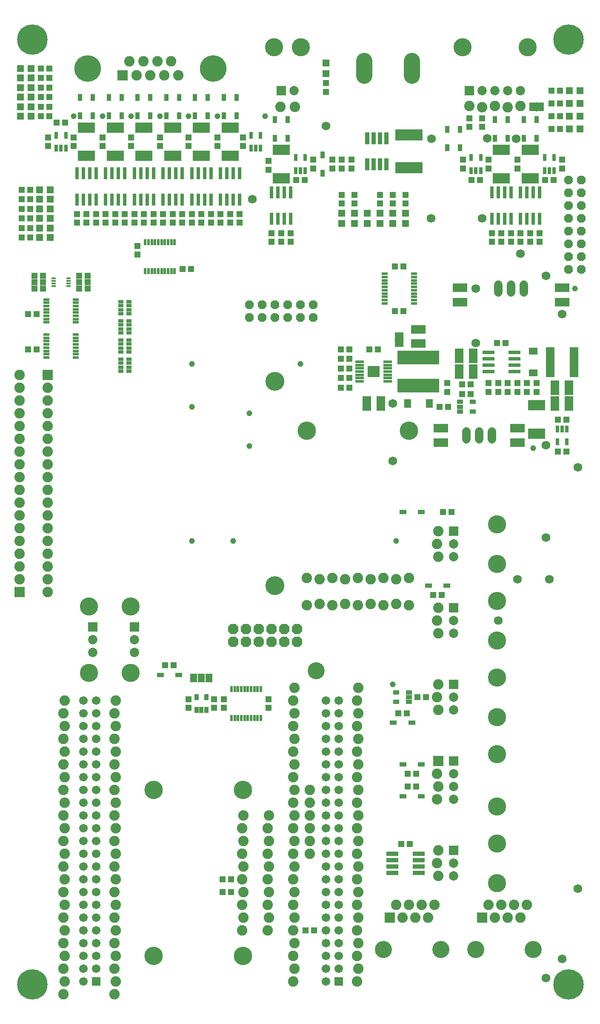
<source format=gts>
G75*
%MOIN*%
%OFA0B0*%
%FSLAX24Y24*%
%IPPOS*%
%LPD*%
%AMOC8*
5,1,8,0,0,1.08239X$1,22.5*
%
%ADD10C,0.1330*%
%ADD11R,0.0671X0.0671*%
%ADD12C,0.0671*%
%ADD13C,0.0820*%
%ADD14C,0.1440*%
%ADD15C,0.2380*%
%ADD16R,0.1143X0.0710*%
%ADD17R,0.0946X0.0316*%
%ADD18R,0.0513X0.0474*%
%ADD19R,0.0474X0.0513*%
%ADD20R,0.0659X0.0580*%
%ADD21R,0.0710X0.1143*%
%ADD22R,0.0710X0.2324*%
%ADD23R,0.0552X0.0552*%
%ADD24R,0.0316X0.0946*%
%ADD25R,0.0820X0.0820*%
%ADD26C,0.2080*%
%ADD27R,0.1340X0.0789*%
%ADD28R,0.0297X0.0552*%
%ADD29R,0.0200X0.0470*%
%ADD30R,0.0470X0.0200*%
%ADD31R,0.0730X0.0730*%
%ADD32C,0.0730*%
%ADD33C,0.1420*%
%ADD34OC8,0.0680*%
%ADD35C,0.1261*%
%ADD36C,0.1480*%
%ADD37R,0.0356X0.0552*%
%ADD38R,0.0336X0.0178*%
%ADD39R,0.0470X0.0352*%
%ADD40C,0.1340*%
%ADD41R,0.0710X0.0198*%
%ADD42R,0.0969X0.0906*%
%ADD43R,0.0580X0.0659*%
%ADD44R,0.3308X0.1104*%
%ADD45OC8,0.0820*%
%ADD46R,0.0950X0.0320*%
%ADD47R,0.0352X0.0470*%
%ADD48R,0.0540X0.0710*%
%ADD49R,0.0552X0.0356*%
%ADD50R,0.0710X0.0540*%
%ADD51R,0.0720X0.0060*%
%ADD52R,0.0060X0.0720*%
%ADD53R,0.0320X0.0950*%
%ADD54R,0.2167X0.0867*%
%ADD55R,0.0434X0.0277*%
%ADD56C,0.0680*%
%ADD57C,0.0680*%
%ADD58C,0.0460*%
D10*
X024495Y032301D03*
D11*
X026247Y008000D03*
X007247Y008000D03*
D12*
X007247Y009000D03*
X007247Y010000D03*
X007247Y011000D03*
X007247Y012000D03*
X007247Y013000D03*
X007247Y014000D03*
X007247Y015000D03*
X007247Y016000D03*
X007247Y017000D03*
X007247Y018000D03*
X007247Y019000D03*
X007247Y020000D03*
X007247Y021000D03*
X007247Y022000D03*
X007247Y023000D03*
X007247Y024000D03*
X007247Y025000D03*
X007247Y026000D03*
X007247Y027000D03*
X007247Y028000D03*
X007247Y029000D03*
X007247Y030000D03*
X006247Y030000D03*
X006247Y029000D03*
X006247Y028000D03*
X006247Y027000D03*
X006247Y026000D03*
X006247Y025000D03*
X006247Y024000D03*
X006247Y023000D03*
X006247Y022000D03*
X006247Y021000D03*
X006247Y020000D03*
X006247Y019000D03*
X006247Y018000D03*
X006247Y017000D03*
X006247Y016000D03*
X006247Y015000D03*
X006247Y014000D03*
X006247Y013000D03*
X006247Y012000D03*
X006247Y011000D03*
X006247Y010000D03*
X006247Y009000D03*
X006247Y008000D03*
X025247Y008000D03*
X025247Y009000D03*
X025247Y010000D03*
X025247Y011000D03*
X025247Y012000D03*
X026247Y012000D03*
X026247Y011000D03*
X026247Y010000D03*
X026247Y009000D03*
X026247Y013000D03*
X026247Y014000D03*
X026247Y015000D03*
X026247Y016000D03*
X026247Y017000D03*
X026247Y018000D03*
X026247Y019000D03*
X026247Y020000D03*
X026247Y021000D03*
X026247Y022000D03*
X026247Y023000D03*
X026247Y024000D03*
X026247Y025000D03*
X026247Y026000D03*
X026247Y027000D03*
X026247Y028000D03*
X026247Y029000D03*
X026247Y030000D03*
X025247Y030000D03*
X025247Y029000D03*
X025247Y028000D03*
X025247Y027000D03*
X025247Y026000D03*
X025247Y025000D03*
X025247Y024000D03*
X025247Y023000D03*
X025247Y022000D03*
X025247Y021000D03*
X025247Y020000D03*
X025247Y019000D03*
X025247Y018000D03*
X025247Y017000D03*
X025247Y016000D03*
X025247Y015000D03*
X025247Y014000D03*
X025247Y013000D03*
D13*
X022797Y013000D03*
X022697Y014000D03*
X022797Y015000D03*
X022697Y016000D03*
X022797Y017000D03*
X022697Y018000D03*
X022797Y019000D03*
X022697Y020000D03*
X022797Y021000D03*
X022697Y022000D03*
X022797Y023000D03*
X022697Y024000D03*
X022797Y025000D03*
X022697Y026000D03*
X022797Y027000D03*
X022697Y028000D03*
X022797Y029000D03*
X022697Y030000D03*
X022797Y031000D03*
X023747Y037450D03*
X024747Y037550D03*
X025747Y037450D03*
X026747Y037550D03*
X027747Y037450D03*
X028747Y037550D03*
X029747Y037450D03*
X030747Y037550D03*
X031747Y037450D03*
X031747Y039600D03*
X030747Y039500D03*
X029747Y039600D03*
X028747Y039500D03*
X027747Y039600D03*
X026747Y039500D03*
X025747Y039600D03*
X024747Y039500D03*
X023747Y039600D03*
X027797Y031000D03*
X027697Y030000D03*
X027797Y029000D03*
X027697Y028000D03*
X027797Y027000D03*
X027697Y026000D03*
X027797Y025000D03*
X027697Y024000D03*
X027797Y023000D03*
X027697Y022000D03*
X027797Y021000D03*
X027697Y020000D03*
X027797Y019000D03*
X027697Y018000D03*
X027797Y017000D03*
X027697Y016000D03*
X027797Y015000D03*
X027697Y014000D03*
X027797Y013000D03*
X027697Y012000D03*
X027797Y011000D03*
X027697Y010000D03*
X027797Y009000D03*
X027697Y008000D03*
X031247Y013000D03*
X031747Y014000D03*
X032247Y013000D03*
X032747Y014000D03*
X033247Y013000D03*
X033747Y014000D03*
X034047Y016250D03*
X033947Y017250D03*
X034047Y018250D03*
X033947Y022250D03*
X034047Y023250D03*
X033947Y024250D03*
X034047Y029250D03*
X033947Y030250D03*
X034047Y031250D03*
X034047Y035250D03*
X033947Y036250D03*
X034047Y037250D03*
X034047Y041250D03*
X033947Y042250D03*
X034047Y043250D03*
X023997Y023000D03*
X023997Y022000D03*
X023997Y021000D03*
X023997Y020000D03*
X023997Y019000D03*
X023997Y018000D03*
X020797Y017000D03*
X020697Y016000D03*
X020797Y015000D03*
X020697Y014000D03*
X020797Y013000D03*
X020697Y012000D03*
X018797Y013000D03*
X018697Y014000D03*
X018797Y015000D03*
X018697Y016000D03*
X018797Y017000D03*
X018697Y018000D03*
X018797Y019000D03*
X018697Y020000D03*
X018797Y021000D03*
X020697Y020000D03*
X020797Y019000D03*
X020697Y018000D03*
X020797Y021000D03*
X022697Y012000D03*
X022797Y011000D03*
X022697Y010000D03*
X022797Y009000D03*
X022697Y008000D03*
X018697Y012000D03*
X008797Y012000D03*
X008697Y011000D03*
X008797Y010000D03*
X008697Y009000D03*
X008797Y008000D03*
X008697Y007000D03*
X008697Y013000D03*
X008797Y014000D03*
X008697Y015000D03*
X008797Y016000D03*
X008697Y017000D03*
X008797Y018000D03*
X008697Y019000D03*
X008797Y020000D03*
X008697Y021000D03*
X008797Y022000D03*
X008697Y023000D03*
X008797Y024000D03*
X008697Y025000D03*
X008797Y026000D03*
X008697Y027000D03*
X008797Y028000D03*
X008697Y029000D03*
X008797Y030000D03*
X004797Y030000D03*
X004697Y029000D03*
X004797Y028000D03*
X004697Y027000D03*
X004797Y026000D03*
X004697Y025000D03*
X004797Y024000D03*
X004697Y023000D03*
X004797Y022000D03*
X004697Y021000D03*
X004797Y020000D03*
X004697Y019000D03*
X004797Y018000D03*
X004697Y017000D03*
X004797Y016000D03*
X004697Y015000D03*
X004797Y014000D03*
X004697Y013000D03*
X004797Y012000D03*
X004697Y011000D03*
X004797Y010000D03*
X004697Y009000D03*
X004797Y008000D03*
X004697Y007000D03*
X003447Y038500D03*
X003447Y039500D03*
X003447Y040500D03*
X003447Y041500D03*
X003447Y042500D03*
X003447Y043500D03*
X003447Y044500D03*
X003447Y045500D03*
X003447Y046500D03*
X003447Y047500D03*
X003447Y048500D03*
X003447Y049500D03*
X003447Y050500D03*
X003447Y051500D03*
X003447Y052500D03*
X003447Y053500D03*
X003447Y054500D03*
X001247Y054500D03*
X001247Y053500D03*
X001247Y052500D03*
X001247Y051500D03*
X001247Y050500D03*
X001247Y049500D03*
X001247Y048500D03*
X001247Y047500D03*
X001247Y046500D03*
X001247Y045500D03*
X001247Y044500D03*
X001247Y043500D03*
X001247Y042500D03*
X001247Y041500D03*
X001247Y040500D03*
X001247Y039500D03*
X001247Y055500D03*
X010406Y078941D03*
X011497Y078941D03*
X012587Y078941D03*
X013131Y080059D03*
X012040Y080059D03*
X010953Y080059D03*
X009863Y080059D03*
X013678Y078941D03*
X021677Y076500D03*
X022817Y076500D03*
X036497Y076550D03*
X037497Y076450D03*
X038497Y076550D03*
X039497Y076450D03*
X040497Y076550D03*
X040997Y014000D03*
X040497Y013000D03*
X039997Y014000D03*
X039497Y013000D03*
X038997Y014000D03*
X038497Y013000D03*
X037997Y014000D03*
X030747Y014000D03*
D14*
X018747Y010000D03*
X011747Y010000D03*
X011747Y023000D03*
X018747Y023000D03*
X023747Y051110D03*
X031747Y051110D03*
D15*
X002247Y007750D03*
X044247Y007750D03*
X044247Y081750D03*
X002247Y081750D03*
D16*
X032497Y059051D03*
X032497Y057949D03*
X035747Y061199D03*
X035747Y062301D03*
X034247Y051301D03*
X034247Y050199D03*
X040247Y050199D03*
X040247Y051301D03*
X043747Y061199D03*
X043747Y062301D03*
D17*
X040020Y057250D03*
X040020Y056750D03*
X040020Y056250D03*
X040020Y055750D03*
X037973Y055750D03*
X037973Y056250D03*
X037973Y056750D03*
X037973Y057250D03*
D18*
X038662Y058000D03*
X039331Y058000D03*
X039497Y054835D03*
X039497Y054165D03*
X040997Y054165D03*
X040997Y054835D03*
X041747Y054835D03*
X041747Y054165D03*
X043412Y049500D03*
X044081Y049500D03*
X036581Y054000D03*
X036581Y054750D03*
X035912Y054750D03*
X035912Y054000D03*
X034747Y054165D03*
X034747Y054835D03*
X031331Y060500D03*
X030662Y060500D03*
X029331Y057500D03*
X028662Y057500D03*
X027081Y057500D03*
X026412Y057500D03*
X030662Y064000D03*
X031331Y064000D03*
X031497Y068915D03*
X031497Y069585D03*
X030497Y069585D03*
X030497Y068915D03*
X029497Y068915D03*
X029497Y069585D03*
X027497Y069585D03*
X027497Y068915D03*
X026497Y068915D03*
X026497Y069585D03*
X026497Y071665D03*
X026497Y072335D03*
X027247Y072335D03*
X027247Y071665D03*
X025747Y071665D03*
X025747Y072335D03*
X025247Y077665D03*
X025247Y078335D03*
X020747Y072235D03*
X020747Y071565D03*
X018747Y073415D03*
X018747Y074085D03*
X016747Y074085D03*
X016747Y073415D03*
X014497Y073415D03*
X014497Y074085D03*
X012247Y074085D03*
X012247Y073415D03*
X009997Y073415D03*
X009997Y074085D03*
X007747Y074085D03*
X007747Y073415D03*
X005497Y073415D03*
X005497Y074085D03*
X004831Y075250D03*
X004162Y075250D03*
X003497Y074085D03*
X003497Y073415D03*
X005747Y068085D03*
X005747Y067415D03*
X006497Y067415D03*
X006497Y068085D03*
X007247Y068085D03*
X007247Y067415D03*
X007997Y067415D03*
X007997Y068085D03*
X008747Y068085D03*
X008747Y067415D03*
X009497Y067415D03*
X009497Y068085D03*
X010247Y068085D03*
X010247Y067415D03*
X010997Y067415D03*
X010997Y068085D03*
X011747Y068085D03*
X011747Y067415D03*
X012497Y067415D03*
X012497Y068085D03*
X013247Y068085D03*
X013247Y067415D03*
X013997Y067415D03*
X013997Y068085D03*
X014747Y068085D03*
X014747Y067415D03*
X015497Y067415D03*
X015497Y068085D03*
X016247Y068085D03*
X016247Y067415D03*
X016997Y067415D03*
X016997Y068085D03*
X017747Y068085D03*
X017747Y067415D03*
X018497Y067415D03*
X018497Y068085D03*
X020997Y066585D03*
X020997Y065915D03*
X021747Y065915D03*
X021747Y066585D03*
X022497Y066585D03*
X022497Y065915D03*
X014681Y063800D03*
X014012Y063800D03*
X006581Y062750D03*
X005912Y062750D03*
X003081Y062750D03*
X002412Y062750D03*
X002581Y060250D03*
X001912Y060250D03*
X001912Y057500D03*
X002581Y057500D03*
X016497Y030085D03*
X016497Y029415D03*
X030912Y029000D03*
X031581Y029000D03*
X031831Y018750D03*
X031162Y018750D03*
X038247Y065915D03*
X038247Y066585D03*
X038997Y066585D03*
X038997Y065915D03*
X039747Y065915D03*
X039747Y066585D03*
X040497Y066585D03*
X040497Y065915D03*
X041247Y065915D03*
X041247Y066585D03*
X041997Y066585D03*
X041997Y065915D03*
X040247Y071665D03*
X040247Y072335D03*
X037997Y072335D03*
X037997Y071665D03*
X037497Y074915D03*
X037497Y075585D03*
X036497Y075585D03*
X036497Y074915D03*
D19*
X035997Y072335D03*
X035997Y071665D03*
X036662Y070750D03*
X037331Y070750D03*
X042412Y070750D03*
X043081Y070750D03*
X043747Y071665D03*
X043747Y072335D03*
X043581Y074750D03*
X043581Y075750D03*
X043581Y076750D03*
X043581Y077750D03*
X042912Y077750D03*
X042912Y076750D03*
X042912Y075750D03*
X042912Y074750D03*
X040247Y054835D03*
X040247Y054165D03*
X038747Y054165D03*
X038747Y054835D03*
X037997Y054835D03*
X037997Y054165D03*
X034831Y053000D03*
X034162Y053000D03*
X034412Y044750D03*
X035081Y044750D03*
X034331Y038250D03*
X033662Y038250D03*
X033081Y030250D03*
X032412Y030250D03*
X032331Y024250D03*
X031662Y024250D03*
X031662Y023250D03*
X032331Y023250D03*
X024331Y012000D03*
X023662Y012000D03*
X017831Y015000D03*
X017831Y016000D03*
X017162Y016000D03*
X017162Y015000D03*
X017247Y029415D03*
X017247Y030085D03*
X014497Y030085D03*
X014497Y029415D03*
X013331Y032750D03*
X012662Y032750D03*
X020747Y030085D03*
X020747Y029415D03*
X026412Y054500D03*
X027081Y054500D03*
X027081Y055250D03*
X026412Y055250D03*
X026412Y056000D03*
X027081Y056000D03*
X027081Y056750D03*
X026412Y056750D03*
X023581Y070750D03*
X022912Y070750D03*
X024247Y071665D03*
X024247Y072335D03*
X010497Y065585D03*
X010497Y064915D03*
X006581Y063250D03*
X006581Y062250D03*
X005912Y062250D03*
X005912Y063250D03*
X003081Y063250D03*
X003081Y062250D03*
X002412Y062250D03*
X002412Y063250D03*
X002081Y066250D03*
X002081Y067000D03*
X002081Y067750D03*
X002081Y068500D03*
X002081Y069250D03*
X002081Y070000D03*
X001412Y070000D03*
X001412Y069250D03*
X001412Y068500D03*
X001412Y067750D03*
X001412Y067000D03*
X001412Y066250D03*
X002912Y075750D03*
X002912Y076500D03*
X002912Y077250D03*
X002912Y078000D03*
X002912Y078750D03*
X002912Y079500D03*
X003581Y079500D03*
X003581Y078750D03*
X003581Y078000D03*
X003581Y077250D03*
X003581Y076500D03*
X003581Y075750D03*
X043412Y052000D03*
X044081Y052000D03*
D20*
X041497Y055654D03*
X041497Y057346D03*
D21*
X043195Y054500D03*
X043195Y053250D03*
X044298Y053250D03*
X044298Y054500D03*
X036798Y055750D03*
X035695Y055750D03*
X035695Y057000D03*
X036798Y057000D03*
X029548Y053250D03*
X028445Y053250D03*
D22*
X042821Y056500D03*
X044672Y056500D03*
D23*
X044333Y074750D03*
X044333Y075750D03*
X044333Y076750D03*
X044333Y077750D03*
X045160Y077750D03*
X045160Y076750D03*
X045160Y075750D03*
X045160Y074750D03*
X031497Y068163D03*
X031497Y067337D03*
X030497Y067337D03*
X030497Y068163D03*
X029497Y068163D03*
X029497Y067337D03*
X028497Y067337D03*
X028497Y068163D03*
X027497Y068163D03*
X027497Y067337D03*
X026497Y067337D03*
X026497Y068163D03*
X025247Y079087D03*
X025247Y079913D03*
X003660Y070000D03*
X003660Y069250D03*
X003660Y068500D03*
X003660Y067750D03*
X003660Y067000D03*
X003660Y066250D03*
X002833Y066250D03*
X002833Y067000D03*
X002833Y067750D03*
X002833Y068500D03*
X002833Y069250D03*
X002833Y070000D03*
X002160Y075750D03*
X002160Y076500D03*
X002160Y077250D03*
X002160Y078000D03*
X002160Y078750D03*
X002160Y079500D03*
X001333Y079500D03*
X001333Y078750D03*
X001333Y078000D03*
X001333Y077250D03*
X001333Y076500D03*
X001333Y075750D03*
D24*
X005747Y071274D03*
X006247Y071274D03*
X006747Y071274D03*
X007247Y071274D03*
X007997Y071274D03*
X008497Y071274D03*
X008997Y071274D03*
X009497Y071274D03*
X010247Y071274D03*
X010747Y071274D03*
X011247Y071274D03*
X011747Y071274D03*
X012497Y071274D03*
X012997Y071274D03*
X013497Y071274D03*
X013997Y071274D03*
X014747Y071274D03*
X015247Y071274D03*
X015747Y071274D03*
X016247Y071274D03*
X016997Y071274D03*
X017497Y071274D03*
X017997Y071274D03*
X018497Y071274D03*
X018497Y069226D03*
X017997Y069226D03*
X017497Y069226D03*
X016997Y069226D03*
X016247Y069226D03*
X015747Y069226D03*
X015247Y069226D03*
X014747Y069226D03*
X013997Y069226D03*
X013497Y069226D03*
X012997Y069226D03*
X012497Y069226D03*
X011747Y069226D03*
X011247Y069226D03*
X010747Y069226D03*
X010247Y069226D03*
X009497Y069226D03*
X008997Y069226D03*
X008497Y069226D03*
X007997Y069226D03*
X007247Y069226D03*
X006747Y069226D03*
X006247Y069226D03*
X005747Y069226D03*
X020997Y069774D03*
X021497Y069774D03*
X021997Y069774D03*
X022497Y069774D03*
X022497Y067726D03*
X021997Y067726D03*
X021497Y067726D03*
X020997Y067726D03*
X038247Y067726D03*
X038747Y067726D03*
X039247Y067726D03*
X039747Y067726D03*
X040497Y067726D03*
X040997Y067726D03*
X041497Y067726D03*
X041997Y067726D03*
X041997Y069774D03*
X041497Y069774D03*
X040997Y069774D03*
X040497Y069774D03*
X039747Y069774D03*
X039247Y069774D03*
X038747Y069774D03*
X038247Y069774D03*
D25*
X034047Y025250D03*
X037497Y013000D03*
X030247Y013000D03*
X003447Y055500D03*
X001247Y038500D03*
X009316Y078941D03*
D26*
X006575Y079500D03*
X016418Y079500D03*
D27*
X015497Y074852D03*
X015497Y072648D03*
X013247Y072648D03*
X013247Y074852D03*
X010997Y074852D03*
X010997Y072648D03*
X008747Y072648D03*
X008747Y074852D03*
X006497Y074852D03*
X006497Y072648D03*
X017747Y072648D03*
X017747Y074852D03*
X021747Y073102D03*
X021747Y070898D03*
X038997Y070898D03*
X038997Y073102D03*
X041247Y073102D03*
X041247Y070898D03*
X041747Y053102D03*
X041747Y050898D03*
D28*
X043373Y051262D03*
X043747Y051262D03*
X044121Y051262D03*
X044121Y050238D03*
X043373Y050238D03*
X043121Y071488D03*
X042747Y071488D03*
X042373Y071488D03*
X042373Y072512D03*
X043121Y072512D03*
X037371Y072512D03*
X036623Y072512D03*
X036623Y071488D03*
X036997Y071488D03*
X037371Y071488D03*
X023621Y071488D03*
X023247Y071488D03*
X022873Y071488D03*
X022873Y072512D03*
X023621Y072512D03*
X020121Y073238D03*
X019747Y073238D03*
X019373Y073238D03*
X019373Y074262D03*
X020121Y074262D03*
X004871Y074262D03*
X004123Y074262D03*
X004123Y073238D03*
X004497Y073238D03*
X004871Y073238D03*
D29*
X011095Y065899D03*
X011351Y065899D03*
X011607Y065899D03*
X011863Y065899D03*
X012119Y065899D03*
X012375Y065899D03*
X012631Y065899D03*
X012886Y065899D03*
X013142Y065899D03*
X013398Y065899D03*
X013398Y063601D03*
X013142Y063601D03*
X012886Y063601D03*
X012631Y063601D03*
X012375Y063601D03*
X012119Y063601D03*
X011863Y063601D03*
X011607Y063601D03*
X011351Y063601D03*
X011095Y063601D03*
X017845Y030899D03*
X018101Y030899D03*
X018357Y030899D03*
X018613Y030899D03*
X018869Y030899D03*
X019125Y030899D03*
X019381Y030899D03*
X019636Y030899D03*
X019892Y030899D03*
X020148Y030899D03*
X020148Y028601D03*
X019892Y028601D03*
X019636Y028601D03*
X019381Y028601D03*
X019125Y028601D03*
X018869Y028601D03*
X018613Y028601D03*
X018357Y028601D03*
X018101Y028601D03*
X017845Y028601D03*
D30*
X005645Y056854D03*
X005645Y057110D03*
X005645Y057366D03*
X005645Y057622D03*
X005645Y057878D03*
X005645Y058134D03*
X005645Y058390D03*
X005645Y058646D03*
X005645Y059604D03*
X005645Y059860D03*
X005645Y060116D03*
X005645Y060372D03*
X005645Y060628D03*
X005645Y060884D03*
X005645Y061140D03*
X005645Y061396D03*
X003348Y061396D03*
X003348Y061140D03*
X003348Y060884D03*
X003348Y060628D03*
X003348Y060372D03*
X003348Y060116D03*
X003348Y059860D03*
X003348Y059604D03*
X003348Y058646D03*
X003348Y058390D03*
X003348Y058134D03*
X003348Y057878D03*
X003348Y057622D03*
X003348Y057366D03*
X003348Y057110D03*
X003348Y056854D03*
X029848Y061098D03*
X029848Y061354D03*
X029848Y061610D03*
X029848Y061866D03*
X029848Y062122D03*
X029848Y062378D03*
X029848Y062634D03*
X029848Y062890D03*
X029848Y063146D03*
X029848Y063402D03*
X032145Y063402D03*
X032145Y063146D03*
X032145Y062890D03*
X032145Y062634D03*
X032145Y062378D03*
X032145Y062122D03*
X032145Y061866D03*
X032145Y061610D03*
X032145Y061354D03*
X032145Y061098D03*
D31*
X036497Y077750D03*
X021747Y077750D03*
X035247Y043250D03*
X035247Y037250D03*
X035247Y031250D03*
X035247Y025250D03*
X035247Y018250D03*
X010247Y035750D03*
X006997Y035750D03*
D32*
X006997Y034750D03*
X006997Y033750D03*
X010247Y033750D03*
X010247Y034750D03*
X035247Y035250D03*
X035247Y036250D03*
X035247Y041250D03*
X035247Y042250D03*
X035247Y030250D03*
X035247Y029250D03*
X035247Y024250D03*
X035247Y023250D03*
X035247Y022250D03*
X035247Y017250D03*
X035247Y016250D03*
X037497Y077750D03*
X038497Y077750D03*
X039497Y077750D03*
X040497Y077750D03*
X022747Y077750D03*
D33*
X023297Y081150D03*
X021197Y081150D03*
X035947Y081150D03*
X041047Y081150D03*
X038647Y043800D03*
X038647Y040700D03*
X038647Y037800D03*
X038647Y034700D03*
X038647Y031800D03*
X038647Y028700D03*
X038647Y025800D03*
X038647Y021700D03*
X038647Y018800D03*
X038647Y015700D03*
X009947Y032150D03*
X006697Y032150D03*
X006697Y037350D03*
X009947Y037350D03*
D34*
X019247Y060000D03*
X020247Y060000D03*
X021247Y060000D03*
X022247Y060000D03*
X023247Y060000D03*
X024247Y060000D03*
X024247Y061000D03*
X023247Y061000D03*
X022247Y061000D03*
X021247Y061000D03*
X020247Y061000D03*
X019247Y061000D03*
X044247Y063750D03*
X044247Y064750D03*
X044247Y065750D03*
X044247Y066750D03*
X044247Y067750D03*
X045247Y067750D03*
X045247Y066750D03*
X045247Y065750D03*
X045247Y064750D03*
X045247Y063750D03*
X045247Y068750D03*
X045247Y069750D03*
X045247Y070750D03*
X044247Y070750D03*
X044247Y069750D03*
X044247Y068750D03*
D35*
X031997Y078909D02*
X031997Y080091D01*
X028247Y080091D02*
X028247Y078909D01*
D36*
X021247Y055000D03*
X021247Y039000D03*
D37*
X024997Y071272D03*
X024997Y072728D03*
X022247Y074022D03*
X022247Y075478D03*
X021247Y075478D03*
X021247Y074022D03*
X018247Y075772D03*
X018247Y077228D03*
X017247Y077228D03*
X017247Y075772D03*
X015997Y075772D03*
X015997Y077228D03*
X014997Y077228D03*
X014997Y075772D03*
X013747Y075772D03*
X013747Y077228D03*
X012747Y077228D03*
X012747Y075772D03*
X011497Y075772D03*
X011497Y077228D03*
X010497Y077228D03*
X010497Y075772D03*
X009247Y075772D03*
X009247Y077228D03*
X008247Y077228D03*
X008247Y075772D03*
X006997Y075772D03*
X006997Y077228D03*
X005997Y077228D03*
X005997Y075772D03*
X034747Y074728D03*
X035747Y074728D03*
X035747Y073272D03*
X034747Y073272D03*
X038497Y074022D03*
X038497Y075478D03*
X039497Y075478D03*
X039497Y074022D03*
X040747Y074022D03*
X040747Y075478D03*
X041747Y075478D03*
X041747Y074022D03*
D38*
X005068Y063045D03*
X005068Y062848D03*
X005068Y062652D03*
X005068Y062455D03*
X003926Y062455D03*
X003926Y062652D03*
X003926Y062848D03*
X003926Y063045D03*
D39*
X030735Y030624D03*
X030735Y029876D03*
X031755Y029876D03*
X031755Y030250D03*
X031755Y030624D03*
X035739Y052626D03*
X035739Y053000D03*
X035739Y053374D03*
X036758Y053374D03*
X036758Y052626D03*
D40*
X036997Y010500D03*
X034247Y010500D03*
X029747Y010500D03*
X041497Y010500D03*
D41*
X030099Y054982D03*
X030099Y055238D03*
X030099Y055494D03*
X030099Y055750D03*
X030099Y056006D03*
X030099Y056262D03*
X030099Y056518D03*
X027894Y056518D03*
X027894Y056262D03*
X027894Y056006D03*
X027894Y055750D03*
X027894Y055494D03*
X027894Y055238D03*
X027894Y054982D03*
D42*
X028997Y055750D03*
D43*
X031650Y053250D03*
X033343Y053250D03*
D44*
X032497Y054648D03*
X032497Y056852D03*
D45*
X022997Y035600D03*
X022997Y034600D03*
X021997Y034600D03*
X021997Y035600D03*
X020997Y035600D03*
X020997Y034600D03*
X019997Y034600D03*
X019997Y035600D03*
X018997Y035600D03*
X018997Y034600D03*
X017997Y034600D03*
X017997Y035600D03*
D46*
X030467Y018000D03*
X030467Y017500D03*
X030467Y017000D03*
X030467Y016500D03*
X032527Y016500D03*
X032527Y017000D03*
X032527Y017500D03*
X032527Y018000D03*
D47*
X015871Y029242D03*
X015497Y029242D03*
X015123Y029242D03*
X015123Y030262D03*
X015871Y030262D03*
D48*
X016097Y031750D03*
X015497Y031750D03*
X014897Y031750D03*
X041447Y076500D03*
X042047Y076500D03*
D49*
X032725Y044750D03*
X031268Y044750D03*
X033268Y039000D03*
X034725Y039000D03*
X031975Y028250D03*
X030518Y028250D03*
X031268Y025000D03*
X032725Y025000D03*
X032725Y022500D03*
X031268Y022500D03*
X013725Y032000D03*
X012268Y032000D03*
D50*
X030997Y057950D03*
X030997Y058550D03*
D51*
X030997Y058250D03*
D52*
X041747Y076500D03*
D53*
X029997Y074030D03*
X029497Y074030D03*
X028997Y074030D03*
X028497Y074030D03*
X028497Y071970D03*
X028997Y071970D03*
X029497Y071970D03*
X029997Y071970D03*
D54*
X031747Y071701D03*
X031747Y074299D03*
D55*
X009812Y061222D03*
X009812Y060907D03*
X009812Y060593D03*
X009812Y060278D03*
X009812Y059722D03*
X009812Y059407D03*
X009812Y059093D03*
X009812Y058778D03*
X009812Y058222D03*
X009812Y057907D03*
X009812Y057593D03*
X009812Y057278D03*
X009812Y056722D03*
X009812Y056407D03*
X009812Y056093D03*
X009812Y055778D03*
X009182Y055778D03*
X009182Y056093D03*
X009182Y056407D03*
X009182Y056722D03*
X009182Y057278D03*
X009182Y057593D03*
X009182Y057907D03*
X009182Y058222D03*
X009182Y058778D03*
X009182Y059093D03*
X009182Y059407D03*
X009182Y059722D03*
X009182Y060278D03*
X009182Y060593D03*
X009182Y060907D03*
X009182Y061222D03*
D56*
X036247Y051050D02*
X036247Y050450D01*
X037247Y050450D02*
X037247Y051050D01*
X038247Y051050D02*
X038247Y050450D01*
X038747Y061950D02*
X038747Y062550D01*
X039747Y062550D02*
X039747Y061950D01*
X040747Y061950D02*
X040747Y062550D01*
D57*
X042497Y063250D03*
X040497Y065000D03*
X037497Y067750D03*
X036997Y062250D03*
X036997Y058000D03*
X042497Y050000D03*
X044997Y048250D03*
X042497Y042750D03*
X042747Y039500D03*
X040247Y039500D03*
X038747Y036250D03*
X030497Y048750D03*
X030497Y053250D03*
X033497Y067750D03*
X033518Y074000D03*
X037897Y074022D03*
X040147Y074000D03*
X043747Y060250D03*
X025247Y075000D03*
X019497Y069250D03*
X044997Y015250D03*
X043747Y009750D03*
X042497Y008250D03*
D58*
X030497Y031250D03*
X030747Y042500D03*
X023247Y056350D03*
X019247Y052500D03*
X019247Y049915D03*
X014747Y053000D03*
X014747Y056350D03*
X014747Y042500D03*
X017997Y042500D03*
X016747Y075750D03*
X014497Y075750D03*
X012247Y075750D03*
X009997Y075750D03*
X007747Y075750D03*
X005497Y075750D03*
X020497Y075750D03*
X041497Y049750D03*
X044747Y062250D03*
M02*

</source>
